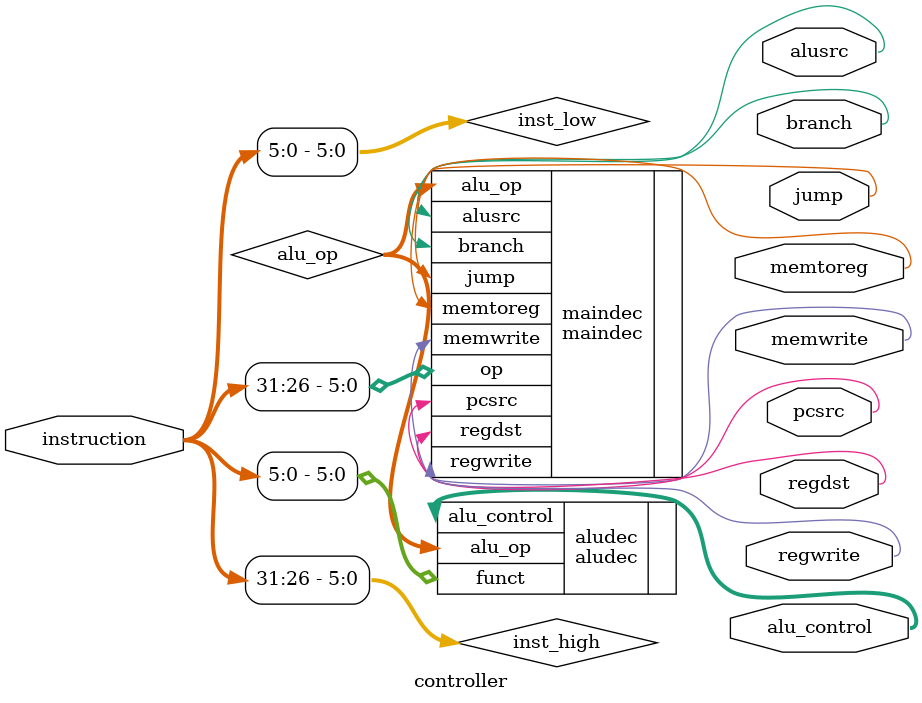
<source format=v>
`timescale 1ns / 1ps
module controller (
input [31:0] instruction ,
output wire jump ,
output wire branch ,
output wire alusrc ,
output wire memwrite ,
output wire memtoreg ,
output wire regwrite ,
output wire regdst ,
output wire pcsrc ,
output wire [2:0] alu_control
);
wire [1:0] alu_op ;
wire [5:0] inst_high ;
wire [5:0] inst_low ;
assign inst_high = instruction [31:26];
assign inst_low = instruction [5:0];
//Ö¸ÁîÀàÐÍ
maindec maindec (
.op( inst_high ), //¸ß6Î»
. jump ( jump ),
. branch ( branch ),
. alusrc ( alusrc ),
. memwrite ( memwrite ),
. memtoreg ( memtoreg ),
. regwrite ( regwrite ),
. regdst ( regdst ),
. pcsrc ( pcsrc ),
. alu_op ( alu_op )); //ALUÄ£¿éÖ¸Áî
// alu¿ØÖÆÐÅºÅalu_control
aludec aludec (. funct ( inst_low ) ,. alu_op ( alu_op ) ,. alu_control ( alu_control ));
endmodule

</source>
